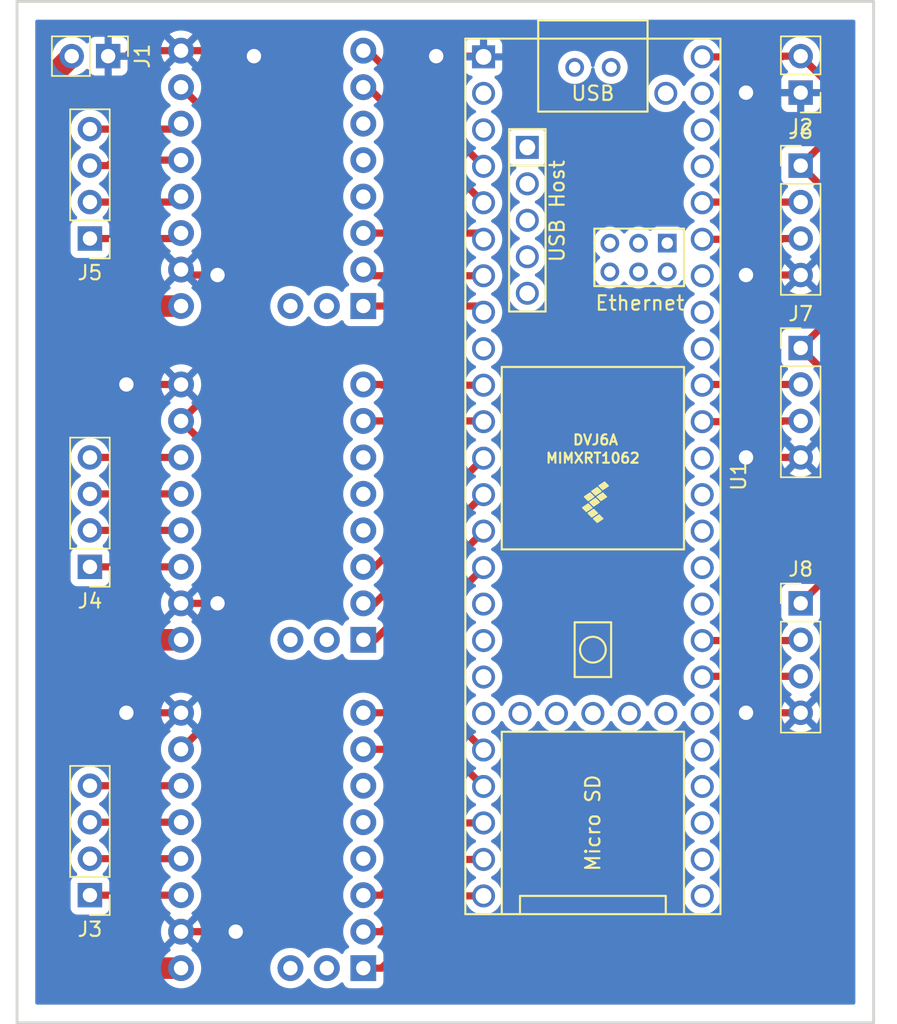
<source format=kicad_pcb>
(kicad_pcb (version 20241229) (generator "pcbnew") (generator_version "9.0")
  (layers (0 "F.Cu" signal) (2 "B.Cu" signal) (13 "F.Paste" user) (15 "B.Paste" user) (5 "F.SilkS" user "F.Silkscreen") (7 "B.SilkS" user "B.Silkscreen") (1 "F.Mask" user) (3 "B.Mask" user) (25 "Edge.Cuts" user))
  (net 0 "")
  (net 1 "VS")
  (net 2 "GND")
  (net 3 "VSS")
  (net 4 "Net-(J3-Pin_2)")
  (net 5 "Net-(J3-Pin_3)")
  (net 6 "Net-(J3-Pin_1)")
  (net 7 "Net-(J3-Pin_4)")
  (net 8 "Net-(J4-Pin_2)")
  (net 9 "Net-(J4-Pin_4)")
  (net 10 "Net-(J4-Pin_1)")
  (net 11 "Net-(J4-Pin_3)")
  (net 12 "Net-(J5-Pin_3)")
  (net 13 "Net-(J5-Pin_4)")
  (net 14 "Net-(J5-Pin_1)")
  (net 15 "Net-(J5-Pin_2)")
  (net 16 "Net-(J6-Pin_2)")
  (net 17 "Net-(J6-Pin_3)")
  (net 18 "Net-(J7-Pin_2)")
  (net 19 "Net-(J7-Pin_3)")
  (net 20 "Net-(J8-Pin_2)")
  (net 21 "Net-(J8-Pin_3)")
  (net 28 "DIR_1")
  (net 29 "+3.3V")
  (net 31 "EN3")
  (net 32 "MS1_2")
  (net 34 "MS1_1")
  (net 36 "MS2_2")
  (net 40 "STEP_2")
  (net 43 "MS2_3")
  (net 48 "MS1_3")
  (net 53 "EN1")
  (net 56 "STEP_3")
  (net 57 "DIR_2")
  (net 65 "MS2_1")
  (net 68 "STEP_1")
  (net 69 "EN2")
  (net 76 "DIR_3")
  (footprint "Teensy41:Teensy41" (layer "F.Cu") (at 71.8792 58.4708 -90)
    (property "Reference" "U1" (at 0 -10.16 90) (layer "F.SilkS"))
    (property "Value" "Teensy4.1")
    (fp_line (start -30.48 8.89) (end -30.48 -8.89) (stroke (width 0.15)) (layer "F.SilkS"))
    (fp_line (start 30.48 8.89) (end -30.48 8.89) (stroke (width 0.15)) (layer "F.SilkS"))
    (fp_line (start -7.62 6.35) (end 5.08 6.35) (stroke (width 0.15)) (layer "F.SilkS"))
    (fp_line (start 5.08 6.35) (end 5.08 -6.35) (stroke (width 0.15)) (layer "F.SilkS"))
    (fp_line (start 17.78 6.35) (end 30.48 6.35) (stroke (width 0.15)) (layer "F.SilkS"))
    (fp_line (start -24.1808 5.8392) (end -24.1808 3.2992) (stroke (width 0.15)) (layer "F.SilkS"))
    (fp_line (start -11.4808 5.8392) (end -24.1808 5.8392) (stroke (width 0.15)) (layer "F.SilkS"))
    (fp_line (start 29.21 5.08) (end 30.48 5.08) (stroke (width 0.15)) (layer "F.SilkS"))
    (fp_line (start -31.75 3.81) (end -31.75 -3.81) (stroke (width 0.15)) (layer "F.SilkS"))
    (fp_line (start -30.48 3.81) (end -31.75 3.81) (stroke (width 0.15)) (layer "F.SilkS"))
    (fp_line (start -25.4 3.81) (end -30.48 3.81) (stroke (width 0.15)) (layer "F.SilkS"))
    (fp_line (start -25.4 3.81) (end -25.4 -3.81) (stroke (width 0.15)) (layer "F.SilkS"))
    (fp_line (start -24.1808 3.2992) (end -21.6408 3.2992) (stroke (width 0.15)) (layer "F.SilkS"))
    (fp_line (start -24.1808 3.2992) (end -11.4808 3.2992) (stroke (width 0.15)) (layer "F.SilkS"))
    (fp_line (start -21.6408 3.2992) (end -21.6408 5.8392) (stroke (width 0.15)) (layer "F.SilkS"))
    (fp_line (start -11.4808 3.2992) (end -11.4808 5.8392) (stroke (width 0.15)) (layer "F.SilkS"))
    (fp_line (start 10.16 1.27) (end 10.16 -1.27) (stroke (width 0.15)) (layer "F.SilkS"))
    (fp_line (start 13.97 1.27) (end 10.16 1.27) (stroke (width 0.15)) (layer "F.SilkS"))
    (fp_line (start -17.25 -0.1016) (end -13.25 -0.1016) (stroke (width 0.15)) (layer "F.SilkS"))
    (fp_line (start -13.25 -0.1016) (end -13.25 -6.3516) (stroke (width 0.15)) (layer "F.SilkS"))
    (fp_line (start 10.16 -1.27) (end 13.97 -1.27) (stroke (width 0.15)) (layer "F.SilkS"))
    (fp_line (start 13.97 -1.27) (end 13.97 1.27) (stroke (width 0.15)) (layer "F.SilkS"))
    (fp_line (start -31.75 -3.81) (end -30.48 -3.81) (stroke (width 0.15)) (layer "F.SilkS"))
    (fp_line (start -25.4 -3.81) (end -30.48 -3.81) (stroke (width 0.15)) (layer "F.SilkS"))
    (fp_line (start 29.21 -5.08) (end 29.21 5.08) (stroke (width 0.15)) (layer "F.SilkS"))
    (fp_line (start 30.48 -5.08) (end 29.21 -5.08) (stroke (width 0.15)) (layer "F.SilkS"))
    (fp_line (start -17.25 -6.1016) (end -17.25 -0.1016) (stroke (width 0.15)) (layer "F.SilkS"))
    (fp_line (start -7.62 -6.35) (end -7.62 6.35) (stroke (width 0.15)) (layer "F.SilkS"))
    (fp_line (start 5.08 -6.35) (end -7.62 -6.35) (stroke (width 0.15)) (layer "F.SilkS"))
    (fp_line (start 17.78 -6.35) (end 17.78 6.35) (stroke (width 0.15)) (layer "F.SilkS"))
    (fp_line (start 30.48 -6.35) (end 17.78 -6.35) (stroke (width 0.15)) (layer "F.SilkS"))
    (fp_line (start -17.25 -6.3516) (end -17.25 -6.1016) (stroke (width 0.15)) (layer "F.SilkS"))
    (fp_line (start -13.25 -6.3516) (end -17.25 -6.3516) (stroke (width 0.15)) (layer "F.SilkS"))
    (fp_line (start -30.48 -8.89) (end 30.48 -8.89) (stroke (width 0.15)) (layer "F.SilkS"))
    (fp_line (start 30.48 -8.89) (end 30.48 8.89) (stroke (width 0.15)) (layer "F.SilkS"))
    (fp_circle (center 12.065 0) (end 12.7 -0.635) (stroke (width 0.15)) (fill no) (layer "F.SilkS"))
    (fp_poly (pts (xy 2.435 0.455) (xy 2.181 0.709) (xy 1.927 0.328) (xy 2.181 0.074)) (stroke (width 0.1)) (fill yes) (layer "F.SilkS"))
    (fp_poly (pts (xy 1.673 0.328) (xy 1.419 0.582) (xy 1.165 0.201) (xy 1.419 -0.053)) (stroke (width 0.1)) (fill yes) (layer "F.SilkS"))
    (fp_poly (pts (xy 2.816 0.074) (xy 2.562 0.328) (xy 2.308 -0.053) (xy 2.562 -0.307)) (stroke (width 0.1)) (fill yes) (layer "F.SilkS"))
    (fp_poly (pts (xy 2.054 -0.053) (xy 1.8 0.201) (xy 1.546 -0.18) (xy 1.8 -0.434)) (stroke (width 0.1)) (fill yes) (layer "F.SilkS"))
    (fp_poly (pts (xy 1.292 -0.18) (xy 1.038 0.074) (xy 0.784 -0.307) (xy 1.038 -0.561)) (stroke (width 0.1)) (fill yes) (layer "F.SilkS"))
    (fp_poly (pts (xy 3.197 -0.307) (xy 2.943 -0.053) (xy 2.689 -0.434) (xy 2.943 -0.688)) (stroke (width 0.1)) (fill yes) (layer "F.SilkS"))
    (fp_poly (pts (xy 1.673 -0.561) (xy 1.419 -0.307) (xy 1.165 -0.688) (xy 1.419 -0.942)) (stroke (width 0.1)) (fill yes) (layer "F.SilkS"))
    (fp_poly (pts (xy 0.911 -0.688) (xy 0.657 -0.434) (xy 0.403 -0.815) (xy 0.657 -1.069)) (stroke (width 0.1)) (fill yes) (layer "F.SilkS"))
    (fp_text user "DVJ6A" (at -2.54 -0.18 0) (layer "F.SilkS") (effects (font (size 0.7 0.7))))
    (fp_text user "MIMXRT1062" (at -1.27 0 0) (layer "F.SilkS") (effects (font (size 0.7 0.7))))
    (fp_text user "USB" (at -26.67 0 0) (layer "F.SilkS"))
    (fp_text user "Micro SD" (at 24.13 0 90) (layer "F.SilkS"))
    (fp_text user "Ethernet" (at -12.065 -3.2766 0) (layer "F.SilkS"))
    (fp_text user "USB Host" (at -18.4658 2.4892 90) (layer "F.SilkS"))
    (pad "1" thru_hole rect (at -29.21 7.62 270) (size 1.6 1.6) (drill 1.1) (layers "*.Cu" "*.Mask") (net 2 "GND"))
    (pad "2" thru_hole circle (at -26.67 7.62 270) (size 1.6 1.6) (drill 1.1) (layers "*.Cu" "*.Mask"))
    (pad "3" thru_hole circle (at -24.13 7.62 270) (size 1.6 1.6) (drill 1.1) (layers "*.Cu" "*.Mask"))
    (pad "4" thru_hole circle (at -21.59 7.62 270) (size 1.6 1.6) (drill 1.1) (layers "*.Cu" "*.Mask") (net 76 "DIR_3"))
    (pad "5" thru_hole circle (at -19.05 7.62 270) (size 1.6 1.6) (drill 1.1) (layers "*.Cu" "*.Mask") (net 56 "STEP_3"))
    (pad "6" thru_hole circle (at -16.51 7.62 270) (size 1.6 1.6) (drill 1.1) (layers "*.Cu" "*.Mask") (net 43 "MS2_3"))
    (pad "7" thru_hole circle (at -13.97 7.62 270) (size 1.6 1.6) (drill 1.1) (layers "*.Cu" "*.Mask") (net 48 "MS1_3"))
    (pad "8" thru_hole circle (at -11.43 7.62 270) (size 1.6 1.6) (drill 1.1) (layers "*.Cu" "*.Mask") (net 31 "EN3"))
    (pad "9" thru_hole circle (at -8.89 7.62 270) (size 1.6 1.6) (drill 1.1) (layers "*.Cu" "*.Mask"))
    (pad "10" thru_hole circle (at -6.35 7.62 270) (size 1.6 1.6) (drill 1.1) (layers "*.Cu" "*.Mask") (net 57 "DIR_2"))
    (pad "11" thru_hole circle (at -3.81 7.62 270) (size 1.6 1.6) (drill 1.1) (layers "*.Cu" "*.Mask") (net 40 "STEP_2"))
    (pad "12" thru_hole circle (at -1.27 7.62 270) (size 1.6 1.6) (drill 1.1) (layers "*.Cu" "*.Mask") (net 36 "MS2_2"))
    (pad "13" thru_hole circle (at 1.27 7.62 270) (size 1.6 1.6) (drill 1.1) (layers "*.Cu" "*.Mask") (net 32 "MS1_2"))
    (pad "14" thru_hole circle (at 3.81 7.62 270) (size 1.6 1.6) (drill 1.1) (layers "*.Cu" "*.Mask") (net 69 "EN2"))
    (pad "15" thru_hole circle (at 6.35 7.62 270) (size 1.6 1.6) (drill 1.1) (layers "*.Cu" "*.Mask") (net 29 "+3.3V"))
    (pad "16" thru_hole circle (at 8.89 7.62 270) (size 1.6 1.6) (drill 1.1) (layers "*.Cu" "*.Mask"))
    (pad "17" thru_hole circle (at 11.43 7.62 270) (size 1.6 1.6) (drill 1.1) (layers "*.Cu" "*.Mask"))
    (pad "18" thru_hole circle (at 13.97 7.62 270) (size 1.6 1.6) (drill 1.1) (layers "*.Cu" "*.Mask"))
    (pad "19" thru_hole circle (at 16.51 7.62 270) (size 1.6 1.6) (drill 1.1) (layers "*.Cu" "*.Mask"))
    (pad "20" thru_hole circle (at 19.05 7.62 270) (size 1.6 1.6) (drill 1.1) (layers "*.Cu" "*.Mask") (net 28 "DIR_1"))
    (pad "21" thru_hole circle (at 21.59 7.62 270) (size 1.6 1.6) (drill 1.1) (layers "*.Cu" "*.Mask") (net 68 "STEP_1"))
    (pad "22" thru_hole circle (at 24.13 7.62 270) (size 1.6 1.6) (drill 1.1) (layers "*.Cu" "*.Mask") (net 65 "MS2_1"))
    (pad "23" thru_hole circle (at 26.67 7.62 270) (size 1.6 1.6) (drill 1.1) (layers "*.Cu" "*.Mask") (net 34 "MS1_1"))
    (pad "24" thru_hole circle (at 29.21 7.62 270) (size 1.6 1.6) (drill 1.1) (layers "*.Cu" "*.Mask") (net 53 "EN1"))
    (pad "25" thru_hole circle (at 29.21 -7.62 270) (size 1.6 1.6) (drill 1.1) (layers "*.Cu" "*.Mask"))
    (pad "26" thru_hole circle (at 26.67 -7.62 270) (size 1.6 1.6) (drill 1.1) (layers "*.Cu" "*.Mask"))
    (pad "27" thru_hole circle (at 24.13 -7.62 270) (size 1.6 1.6) (drill 1.1) (layers "*.Cu" "*.Mask"))
    (pad "28" thru_hole circle (at 21.59 -7.62 270) (size 1.6 1.6) (drill 1.1) (layers "*.Cu" "*.Mask"))
    (pad "29" thru_hole circle (at 19.05 -7.62 270) (size 1.6 1.6) (drill 1.1) (layers "*.Cu" "*.Mask"))
    (pad "30" thru_hole circle (at 16.51 -7.62 270) (size 1.6 1.6) (drill 1.1) (layers "*.Cu" "*.Mask"))
    (pad "31" thru_hole circle (at 13.97 -7.62 270) (size 1.6 1.6) (drill 1.1) (layers "*.Cu" "*.Mask") (net 21 "Net-(J8-Pin_3)"))
    (pad "32" thru_hole circle (at 11.43 -7.62 270) (size 1.6 1.6) (drill 1.1) (layers "*.Cu" "*.Mask") (net 20 "Net-(J8-Pin_2)"))
    (pad "33" thru_hole circle (at 8.89 -7.62 270) (size 1.6 1.6) (drill 1.1) (layers "*.Cu" "*.Mask"))
    (pad "34" thru_hole circle (at 6.35 -7.62 270) (size 1.6 1.6) (drill 1.1) (layers "*.Cu" "*.Mask"))
    (pad "35" thru_hole circle (at 3.81 -7.62 270) (size 1.6 1.6) (drill 1.1) (layers "*.Cu" "*.Mask"))
    (pad "36" thru_hole circle (at 1.27 -7.62 270) (size 1.6 1.6) (drill 1.1) (layers "*.Cu" "*.Mask"))
    (pad "37" thru_hole circle (at -1.27 -7.62 270) (size 1.6 1.6) (drill 1.1) (layers "*.Cu" "*.Mask"))
    (pad "38" thru_hole circle (at -3.81 -7.62 270) (size 1.6 1.6) (drill 1.1) (layers "*.Cu" "*.Mask") (net 19 "Net-(J7-Pin_3)"))
    (pad "39" thru_hole circle (at -6.35 -7.62 270) (size 1.6 1.6) (drill 1.1) (layers "*.Cu" "*.Mask") (net 18 "Net-(J7-Pin_2)"))
    (pad "40" thru_hole circle (at -8.89 -7.62 270) (size 1.6 1.6) (drill 1.1) (layers "*.Cu" "*.Mask"))
    (pad "41" thru_hole circle (at -11.43 -7.62 270) (size 1.6 1.6) (drill 1.1) (layers "*.Cu" "*.Mask"))
    (pad "42" thru_hole circle (at -13.97 -7.62 270) (size 1.6 1.6) (drill 1.1) (layers "*.Cu" "*.Mask"))
    (pad "43" thru_hole circle (at -16.51 -7.62 270) (size 1.6 1.6) (drill 1.1) (layers "*.Cu" "*.Mask") (net 17 "Net-(J6-Pin_3)"))
    (pad "44" thru_hole circle (at -19.05 -7.62 270) (size 1.6 1.6) (drill 1.1) (layers "*.Cu" "*.Mask") (net 16 "Net-(J6-Pin_2)"))
    (pad "45" thru_hole circle (at -21.59 -7.62 270) (size 1.6 1.6) (drill 1.1) (layers "*.Cu" "*.Mask"))
    (pad "46" thru_hole circle (at -24.13 -7.62 270) (size 1.6 1.6) (drill 1.1) (layers "*.Cu" "*.Mask"))
    (pad "47" thru_hole circle (at -26.67 -7.62 270) (size 1.6 1.6) (drill 1.1) (layers "*.Cu" "*.Mask"))
    (pad "48" thru_hole circle (at -29.21 -7.62 270) (size 1.6 1.6) (drill 1.1) (layers "*.Cu" "*.Mask") (net 3 "VSS"))
    (pad "49" thru_hole circle (at -26.67 -5.08 270) (size 1.6 1.6) (drill 1.1) (layers "*.Cu" "*.Mask"))
    (pad "50" thru_hole circle (at 16.51 5.08 270) (size 1.6 1.6) (drill 1.1) (layers "*.Cu" "*.Mask"))
    (pad "51" thru_hole circle (at 16.51 2.54 270) (size 1.6 1.6) (drill 1.1) (layers "*.Cu" "*.Mask"))
    (pad "52" thru_hole circle (at 16.51 0 270) (size 1.6 1.6) (drill 1.1) (layers "*.Cu" "*.Mask"))
    (pad "53" thru_hole circle (at 16.51 -2.54 270) (size 1.6 1.6) (drill 1.1) (layers "*.Cu" "*.Mask"))
    (pad "54" thru_hole circle (at 16.51 -5.08 270) (size 1.6 1.6) (drill 1.1) (layers "*.Cu" "*.Mask"))
    (pad "55" thru_hole rect (at -22.9108 4.5692 270) (size 1.6 1.6) (drill 1.1) (layers "*.Cu" "*.Mask"))
    (pad "56" thru_hole circle (at -20.3708 4.5692 270) (size 1.6 1.6) (drill 1.1) (layers "*.Cu" "*.Mask"))
    (pad "57" thru_hole circle (at -17.8308 4.5692 270) (size 1.6 1.6) (drill 1.1) (layers "*.Cu" "*.Mask"))
    (pad "58" thru_hole circle (at -15.2908 4.5692 270) (size 1.6 1.6) (drill 1.1) (layers "*.Cu" "*.Mask"))
    (pad "59" thru_hole circle (at -12.7508 4.5692 270) (size 1.6 1.6) (drill 1.1) (layers "*.Cu" "*.Mask"))
    (pad "60" thru_hole rect (at -16.24 -5.1816 270) (size 1.3 1.3) (drill 0.8) (layers "*.Cu" "*.Mask"))
    (pad "61" thru_hole circle (at -16.24 -3.1816 270) (size 1.3 1.3) (drill 0.8) (layers "*.Cu" "*.Mask"))
    (pad "62" thru_hole circle (at -16.24 -1.1816 270) (size 1.3 1.3) (drill 0.8) (layers "*.Cu" "*.Mask"))
    (pad "63" thru_hole circle (at -14.24 -1.1816 270) (size 1.3 1.3) (drill 0.8) (layers "*.Cu" "*.Mask"))
    (pad "64" thru_hole circle (at -14.24 -3.1816 270) (size 1.3 1.3) (drill 0.8) (layers "*.Cu" "*.Mask"))
    (pad "65" thru_hole circle (at -14.24 -5.1816 270) (size 1.3 1.3) (drill 0.8) (layers "*.Cu" "*.Mask"))
    (pad "66" thru_hole circle (at -28.48 -1.27 270) (size 1.3 1.3) (drill 0.8) (layers "*.Cu" "*.Mask"))
    (pad "67" thru_hole circle (at -28.48 1.27 270) (size 1.3 1.3) (drill 0.8) (layers "*.Cu" "*.Mask"))
  )
  (footprint "Connector_PinHeader_2.54mm:PinHeader_1x04_P2.54mm_Vertical" (layer "F.Cu") (at 36.83 87.63 180)
    (property "Reference" "J3" (at 0 -2.38 0) (layer "F.SilkS"))
    (property "Value" "Stepper Motor_X")
    (fp_line (start 1.38 1.27) (end 1.38 9) (stroke (width 0.12)) (layer "F.SilkS"))
    (fp_line (start -1.38 9) (end 1.38 9) (stroke (width 0.12)) (layer "F.SilkS"))
    (fp_line (start -1.38 1.27) (end 1.38 1.27) (stroke (width 0.12)) (layer "F.SilkS"))
    (fp_line (start -1.38 1.27) (end -1.38 9) (stroke (width 0.12)) (layer "F.SilkS"))
    (fp_line (start -1.38 0) (end -1.38 -1.38) (stroke (width 0.12)) (layer "F.SilkS"))
    (fp_line (start -1.38 -1.38) (end 0 -1.38) (stroke (width 0.12)) (layer "F.SilkS"))
    (pad "1" thru_hole rect (at 0 0 180) (size 1.7 1.7) (drill 1) (layers "*.Cu" "*.Mask") (net 6 "Net-(J3-Pin_1)"))
    (pad "2" thru_hole circle (at 0 2.54 180) (size 1.7 1.7) (drill 1) (layers "*.Cu" "*.Mask") (net 4 "Net-(J3-Pin_2)"))
    (pad "3" thru_hole circle (at 0 5.08 180) (size 1.7 1.7) (drill 1) (layers "*.Cu" "*.Mask") (net 5 "Net-(J3-Pin_3)"))
    (pad "4" thru_hole circle (at 0 7.62 180) (size 1.7 1.7) (drill 1) (layers "*.Cu" "*.Mask") (net 7 "Net-(J3-Pin_4)"))
  )
  (footprint "Connector_PinHeader_2.54mm:PinHeader_1x04_P2.54mm_Vertical" (layer "F.Cu") (at 86.36 67.31)
    (property "Reference" "J8" (at 0 -2.38 0) (layer "F.SilkS"))
    (property "Value" "Rotary Encoder_Z")
    (fp_line (start -1.38 -1.38) (end 0 -1.38) (stroke (width 0.12)) (layer "F.SilkS"))
    (fp_line (start -1.38 0) (end -1.38 -1.38) (stroke (width 0.12)) (layer "F.SilkS"))
    (fp_line (start -1.38 1.27) (end -1.38 9) (stroke (width 0.12)) (layer "F.SilkS"))
    (fp_line (start -1.38 1.27) (end 1.38 1.27) (stroke (width 0.12)) (layer "F.SilkS"))
    (fp_line (start -1.38 9) (end 1.38 9) (stroke (width 0.12)) (layer "F.SilkS"))
    (fp_line (start 1.38 1.27) (end 1.38 9) (stroke (width 0.12)) (layer "F.SilkS"))
    (pad "1" thru_hole rect (at 0 0) (size 1.7 1.7) (drill 1) (layers "*.Cu" "*.Mask") (net 3 "VSS"))
    (pad "2" thru_hole circle (at 0 2.54) (size 1.7 1.7) (drill 1) (layers "*.Cu" "*.Mask") (net 20 "Net-(J8-Pin_2)"))
    (pad "3" thru_hole circle (at 0 5.08) (size 1.7 1.7) (drill 1) (layers "*.Cu" "*.Mask") (net 21 "Net-(J8-Pin_3)"))
    (pad "4" thru_hole circle (at 0 7.62) (size 1.7 1.7) (drill 1) (layers "*.Cu" "*.Mask") (net 2 "GND"))
  )
  (footprint "Connector_PinHeader_2.54mm:PinHeader_1x04_P2.54mm_Vertical" (layer "F.Cu") (at 36.83 41.91 180)
    (property "Reference" "J5" (at 0 -2.38 0) (layer "F.SilkS"))
    (property "Value" "Stepper Motor_Z")
    (fp_line (start 1.38 1.27) (end 1.38 9) (stroke (width 0.12)) (layer "F.SilkS"))
    (fp_line (start -1.38 9) (end 1.38 9) (stroke (width 0.12)) (layer "F.SilkS"))
    (fp_line (start -1.38 1.27) (end 1.38 1.27) (stroke (width 0.12)) (layer "F.SilkS"))
    (fp_line (start -1.38 1.27) (end -1.38 9) (stroke (width 0.12)) (layer "F.SilkS"))
    (fp_line (start -1.38 0) (end -1.38 -1.38) (stroke (width 0.12)) (layer "F.SilkS"))
    (fp_line (start -1.38 -1.38) (end 0 -1.38) (stroke (width 0.12)) (layer "F.SilkS"))
    (pad "1" thru_hole rect (at 0 0 180) (size 1.7 1.7) (drill 1) (layers "*.Cu" "*.Mask") (net 14 "Net-(J5-Pin_1)"))
    (pad "2" thru_hole circle (at 0 2.54 180) (size 1.7 1.7) (drill 1) (layers "*.Cu" "*.Mask") (net 15 "Net-(J5-Pin_2)"))
    (pad "3" thru_hole circle (at 0 5.08 180) (size 1.7 1.7) (drill 1) (layers "*.Cu" "*.Mask") (net 12 "Net-(J5-Pin_3)"))
    (pad "4" thru_hole circle (at 0 7.62 180) (size 1.7 1.7) (drill 1) (layers "*.Cu" "*.Mask") (net 13 "Net-(J5-Pin_4)"))
  )
  (footprint "TMC2209:TMC2209" (layer "F.Cu") (at 55.88 46.609 180)
    (property "Reference" "U4" (hide yes))
    (property "Value" "TMC2209_Z" (hide yes))
    (pad "A1" thru_hole circle (at 12.7 7.62 180) (size 1.8 1.8) (drill 1) (layers "*.Cu" "*.Mask") (net 15 "Net-(J5-Pin_2)"))
    (pad "A2" thru_hole circle (at 12.7 5.08 180) (size 1.8 1.8) (drill 1) (layers "*.Cu" "*.Mask") (net 14 "Net-(J5-Pin_1)"))
    (pad "B1" thru_hole circle (at 12.7 10.16 180) (size 1.8 1.8) (drill 1) (layers "*.Cu" "*.Mask") (net 12 "Net-(J5-Pin_3)"))
    (pad "B2" thru_hole circle (at 12.7 12.7 180) (size 1.8 1.8) (drill 1) (layers "*.Cu" "*.Mask") (net 13 "Net-(J5-Pin_4)"))
    (pad "CLK" thru_hole circle (at 0 12.7 180) (size 1.8 1.8) (drill 1) (layers "*.Cu" "*.Mask"))
    (pad "DIAG" thru_hole circle (at 5.08 0 180) (size 1.8 1.8) (drill 1) (layers "*.Cu" "*.Mask"))
    (pad "DIR" thru_hole circle (at 0 17.78 180) (size 1.8 1.8) (drill 1) (layers "*.Cu" "*.Mask") (net 76 "DIR_3"))
    (pad "EN" thru_hole rect (at 0 0 180) (size 1.8 1.8) (drill 1) (layers "*.Cu" "*.Mask") (net 31 "EN3"))
    (pad "GND" thru_hole circle (at 12.7 2.54 270) (size 1.8 1.8) (drill 1) (layers "*.Cu" "*.Mask") (net 2 "GND"))
    (pad "GND" thru_hole circle (at 12.7 17.78 180) (size 1.8 1.8) (drill 1) (layers "*.Cu" "*.Mask") (net 2 "GND"))
    (pad "INDEX" thru_hole circle (at 2.54 0 180) (size 1.8 1.8) (drill 1) (layers "*.Cu" "*.Mask"))
    (pad "MS1" thru_hole circle (at 0 2.54 270) (size 1.8 1.8) (drill 1) (layers "*.Cu" "*.Mask") (net 48 "MS1_3"))
    (pad "MS2" thru_hole circle (at 0 5.08 180) (size 1.8 1.8) (drill 1) (layers "*.Cu" "*.Mask") (net 43 "MS2_3"))
    (pad "Rx" thru_hole circle (at 0 7.62 180) (size 1.8 1.8) (drill 1) (layers "*.Cu" "*.Mask"))
    (pad "STEP" thru_hole circle (at 0 15.24 180) (size 1.8 1.8) (drill 1) (layers "*.Cu" "*.Mask") (net 56 "STEP_3"))
    (pad "Tx" thru_hole circle (at 0 10.16 180) (size 1.8 1.8) (drill 1) (layers "*.Cu" "*.Mask"))
    (pad "VIO" thru_hole circle (at 12.7 15.24 180) (size 1.8 1.8) (drill 1) (layers "*.Cu" "*.Mask") (net 29 "+3.3V"))
    (pad "Vs" thru_hole circle (at 12.7 0 180) (size 1.8 1.8) (drill 1) (layers "*.Cu" "*.Mask") (net 1 "VS"))
  )
  (footprint "TMC2209:TMC2209" (layer "F.Cu") (at 55.88 92.71 180)
    (property "Reference" "U2" (hide yes))
    (property "Value" "TMC2209_X" (hide yes))
    (pad "A1" thru_hole circle (at 12.7 7.62 180) (size 1.8 1.8) (drill 1) (layers "*.Cu" "*.Mask") (net 4 "Net-(J3-Pin_2)"))
    (pad "A2" thru_hole circle (at 12.7 5.08 180) (size 1.8 1.8) (drill 1) (layers "*.Cu" "*.Mask") (net 6 "Net-(J3-Pin_1)"))
    (pad "B1" thru_hole circle (at 12.7 10.16 180) (size 1.8 1.8) (drill 1) (layers "*.Cu" "*.Mask") (net 5 "Net-(J3-Pin_3)"))
    (pad "B2" thru_hole circle (at 12.7 12.7 180) (size 1.8 1.8) (drill 1) (layers "*.Cu" "*.Mask") (net 7 "Net-(J3-Pin_4)"))
    (pad "CLK" thru_hole circle (at 0 12.7 180) (size 1.8 1.8) (drill 1) (layers "*.Cu" "*.Mask"))
    (pad "DIAG" thru_hole circle (at 5.08 0 180) (size 1.8 1.8) (drill 1) (layers "*.Cu" "*.Mask"))
    (pad "DIR" thru_hole circle (at 0 17.78 180) (size 1.8 1.8) (drill 1) (layers "*.Cu" "*.Mask") (net 28 "DIR_1"))
    (pad "EN" thru_hole rect (at 0 0 180) (size 1.8 1.8) (drill 1) (layers "*.Cu" "*.Mask") (net 53 "EN1"))
    (pad "GND" thru_hole circle (at 12.7 2.54 270) (size 1.8 1.8) (drill 1) (layers "*.Cu" "*.Mask") (net 2 "GND"))
    (pad "GND" thru_hole circle (at 12.7 17.78 180) (size 1.8 1.8) (drill 1) (layers "*.Cu" "*.Mask") (net 2 "GND"))
    (pad "INDEX" thru_hole circle (at 2.54 0 180) (size 1.8 1.8) (drill 1) (layers "*.Cu" "*.Mask"))
    (pad "MS1" thru_hole circle (at 0 2.54 270) (size 1.8 1.8) (drill 1) (layers "*.Cu" "*.Mask") (net 34 "MS1_1"))
    (pad "MS2" thru_hole circle (at 0 5.08 180) (size 1.8 1.8) (drill 1) (layers "*.Cu" "*.Mask") (net 65 "MS2_1"))
    (pad "Rx" thru_hole circle (at 0 7.62 180) (size 1.8 1.8) (drill 1) (layers "*.Cu" "*.Mask"))
    (pad "STEP" thru_hole circle (at 0 15.24 180) (size 1.8 1.8) (drill 1) (layers "*.Cu" "*.Mask") (net 68 "STEP_1"))
    (pad "Tx" thru_hole circle (at 0 10.16 180) (size 1.8 1.8) (drill 1) (layers "*.Cu" "*.Mask"))
    (pad "VIO" thru_hole circle (at 12.7 15.24 180) (size 1.8 1.8) (drill 1) (layers "*.Cu" "*.Mask") (net 29 "+3.3V"))
    (pad "Vs" thru_hole circle (at 12.7 0 180) (size 1.8 1.8) (drill 1) (layers "*.Cu" "*.Mask") (net 1 "VS"))
  )
  (footprint "Connector_PinHeader_2.54mm:PinHeader_1x02_P2.54mm_Vertical" (layer "F.Cu") (at 86.36 31.75 180)
    (property "Reference" "J2" (at 0 -2.38 0) (layer "F.SilkS"))
    (property "Value" "+5V")
    (fp_line (start 1.38 1.27) (end 1.38 3.92) (stroke (width 0.12)) (layer "F.SilkS"))
    (fp_line (start -1.38 3.92) (end 1.38 3.92) (stroke (width 0.12)) (layer "F.SilkS"))
    (fp_line (start -1.38 1.27) (end 1.38 1.27) (stroke (width 0.12)) (layer "F.SilkS"))
    (fp_line (start -1.38 1.27) (end -1.38 3.92) (stroke (width 0.12)) (layer "F.SilkS"))
    (fp_line (start -1.38 0) (end -1.38 -1.38) (stroke (width 0.12)) (layer "F.SilkS"))
    (fp_line (start -1.38 -1.38) (end 0 -1.38) (stroke (width 0.12)) (layer "F.SilkS"))
    (pad "1" thru_hole rect (at 0 0 180) (size 1.7 1.7) (drill 1) (layers "*.Cu" "*.Mask") (net 2 "GND"))
    (pad "2" thru_hole circle (at 0 2.54 180) (size 1.7 1.7) (drill 1) (layers "*.Cu" "*.Mask") (net 3 "VSS"))
  )
  (footprint "Connector_PinHeader_2.54mm:PinHeader_1x04_P2.54mm_Vertical" (layer "F.Cu") (at 86.36 36.83)
    (property "Reference" "J6" (at 0 -2.38 0) (layer "F.SilkS"))
    (property "Value" "Rotary Encoder_X")
    (fp_line (start -1.38 -1.38) (end 0 -1.38) (stroke (width 0.12)) (layer "F.SilkS"))
    (fp_line (start -1.38 0) (end -1.38 -1.38) (stroke (width 0.12)) (layer "F.SilkS"))
    (fp_line (start -1.38 1.27) (end -1.38 9) (stroke (width 0.12)) (layer "F.SilkS"))
    (fp_line (start -1.38 1.27) (end 1.38 1.27) (stroke (width 0.12)) (layer "F.SilkS"))
    (fp_line (start -1.38 9) (end 1.38 9) (stroke (width 0.12)) (layer "F.SilkS"))
    (fp_line (start 1.38 1.27) (end 1.38 9) (stroke (width 0.12)) (layer "F.SilkS"))
    (pad "1" thru_hole rect (at 0 0) (size 1.7 1.7) (drill 1) (layers "*.Cu" "*.Mask") (net 3 "VSS"))
    (pad "2" thru_hole circle (at 0 2.54) (size 1.7 1.7) (drill 1) (layers "*.Cu" "*.Mask") (net 16 "Net-(J6-Pin_2)"))
    (pad "3" thru_hole circle (at 0 5.08) (size 1.7 1.7) (drill 1) (layers "*.Cu" "*.Mask") (net 17 "Net-(J6-Pin_3)"))
    (pad "4" thru_hole circle (at 0 7.62) (size 1.7 1.7) (drill 1) (layers "*.Cu" "*.Mask") (net 2 "GND"))
  )
  (footprint "Connector_PinHeader_2.54mm:PinHeader_1x02_P2.54mm_Vertical" (layer "F.Cu") (at 38.1 29.21 -90)
    (property "Reference" "J1" (at 0 -2.38 90) (layer "F.SilkS"))
    (property "Value" "+24V")
    (fp_line (start -1.38 3.92) (end 1.38 3.92) (stroke (width 0.12)) (layer "F.SilkS"))
    (fp_line (start -1.38 1.27) (end -1.38 3.92) (stroke (width 0.12)) (layer "F.SilkS"))
    (fp_line (start -1.38 1.27) (end 1.38 1.27) (stroke (width 0.12)) (layer "F.SilkS"))
    (fp_line (start 1.38 1.27) (end 1.38 3.92) (stroke (width 0.12)) (layer "F.SilkS"))
    (fp_line (start -1.38 0) (end -1.38 -1.38) (stroke (width 0.12)) (layer "F.SilkS"))
    (fp_line (start -1.38 -1.38) (end 0 -1.38) (stroke (width 0.12)) (layer "F.SilkS"))
    (pad "1" thru_hole rect (at 0 0 270) (size 1.7 1.7) (drill 1) (layers "*.Cu" "*.Mask") (net 2 "GND"))
    (pad "2" thru_hole circle (at 0 2.54 270) (size 1.7 1.7) (drill 1) (layers "*.Cu" "*.Mask") (net 1 "VS"))
  )
  (footprint "TMC2209:TMC2209" (layer "F.Cu") (at 55.88 69.85 180)
    (property "Reference" "U3" (hide yes))
    (property "Value" "TMC2209_Y" (hide yes))
    (pad "A1" thru_hole circle (at 12.7 7.62 180) (size 1.8 1.8) (drill 1) (layers "*.Cu" "*.Mask") (net 8 "Net-(J4-Pin_2)"))
    (pad "A2" thru_hole circle (at 12.7 5.08 180) (size 1.8 1.8) (drill 1) (layers "*.Cu" "*.Mask") (net 10 "Net-(J4-Pin_1)"))
    (pad "B1" thru_hole circle (at 12.7 10.16 180) (size 1.8 1.8) (drill 1) (layers "*.Cu" "*.Mask") (net 11 "Net-(J4-Pin_3)"))
    (pad "B2" thru_hole circle (at 12.7 12.7 180) (size 1.8 1.8) (drill 1) (layers "*.Cu" "*.Mask") (net 9 "Net-(J4-Pin_4)"))
    (pad "CLK" thru_hole circle (at 0 12.7 180) (size 1.8 1.8) (drill 1) (layers "*.Cu" "*.Mask"))
    (pad "DIAG" thru_hole circle (at 5.08 0 180) (size 1.8 1.8) (drill 1) (layers "*.Cu" "*.Mask"))
    (pad "DIR" thru_hole circle (at 0 17.78 180) (size 1.8 1.8) (drill 1) (layers "*.Cu" "*.Mask") (net 57 "DIR_2"))
    (pad "EN" thru_hole rect (at 0 0 180) (size 1.8 1.8) (drill 1) (layers "*.Cu" "*.Mask") (net 69 "EN2"))
    (pad "GND" thru_hole circle (at 12.7 2.54 270) (size 1.8 1.8) (drill 1) (layers "*.Cu" "*.Mask") (net 2 "GND"))
    (pad "GND" thru_hole circle (at 12.7 17.78 180) (size 1.8 1.8) (drill 1) (layers "*.Cu" "*.Mask") (net 2 "GND"))
    (pad "INDEX" thru_hole circle (at 2.54 0 180) (size 1.8 1.8) (drill 1) (layers "*.Cu" "*.Mask"))
    (pad "MS1" thru_hole circle (at 0 2.54 270) (size 1.8 1.8) (drill 1) (layers "*.Cu" "*.Mask") (net 32 "MS1_2"))
    (pad "MS2" thru_hole circle (at 0 5.08 180) (size 1.8 1.8) (drill 1) (layers "*.Cu" "*.Mask") (net 36 "MS2_2"))
    (pad "Rx" thru_hole circle (at 0 7.62 180) (size 1.8 1.8) (drill 1) (layers "*.Cu" "*.Mask"))
    (pad "STEP" thru_hole circle (at 0 15.24 180) (size 1.8 1.8) (drill 1) (layers "*.Cu" "*.Mask") (net 40 "STEP_2"))
    (pad "Tx" thru_hole circle (at 0 10.16 180) (size 1.8 1.8) (drill 1) (layers "*.Cu" "*.Mask"))
    (pad "VIO" thru_hole circle (at 12.7 15.24 180) (size 1.8 1.8) (drill 1) (layers "*.Cu" "*.Mask") (net 29 "+3.3V"))
    (pad "Vs" thru_hole circle (at 12.7 0 180) (size 1.8 1.8) (drill 1) (layers "*.Cu" "*.Mask") (net 1 "VS"))
  )
  (footprint "Connector_PinHeader_2.54mm:PinHeader_1x04_P2.54mm_Vertical" (layer "F.Cu") (at 86.36 49.53)
    (property "Reference" "J7" (at 0 -2.38 0) (layer "F.SilkS"))
    (property "Value" "Rotary Encoder_Y")
    (fp_line (start -1.38 -1.38) (end 0 -1.38) (stroke (width 0.12)) (layer "F.SilkS"))
    (fp_line (start -1.38 0) (end -1.38 -1.38) (stroke (width 0.12)) (layer "F.SilkS"))
    (fp_line (start -1.38 1.27) (end -1.38 9) (stroke (width 0.12)) (layer "F.SilkS"))
    (fp_line (start -1.38 1.27) (end 1.38 1.27) (stroke (width 0.12)) (layer "F.SilkS"))
    (fp_line (start -1.38 9) (end 1.38 9) (stroke (width 0.12)) (layer "F.SilkS"))
    (fp_line (start 1.38 1.27) (end 1.38 9) (stroke (width 0.12)) (layer "F.SilkS"))
    (pad "1" thru_hole rect (at 0 0) (size 1.7 1.7) (drill 1) (layers "*.Cu" "*.Mask") (net 3 "VSS"))
    (pad "2" thru_hole circle (at 0 2.54) (size 1.7 1.7) (drill 1) (layers "*.Cu" "*.Mask") (net 18 "Net-(J7-Pin_2)"))
    (pad "3" thru_hole circle (at 0 5.08) (size 1.7 1.7) (drill 1) (layers "*.Cu" "*.Mask") (net 19 "Net-(J7-Pin_3)"))
    (pad "4" thru_hole circle (at 0 7.62) (size 1.7 1.7) (drill 1) (layers "*.Cu" "*.Mask") (net 2 "GND"))
  )
  (footprint "Connector_PinHeader_2.54mm:PinHeader_1x04_P2.54mm_Vertical" (layer "F.Cu") (at 36.83 64.77 180)
    (property "Reference" "J4" (at 0 -2.38 0) (layer "F.SilkS"))
    (property "Value" "Stepper Motor_Y")
    (fp_line (start 1.38 1.27) (end 1.38 9) (stroke (width 0.12)) (layer "F.SilkS"))
    (fp_line (start -1.38 9) (end 1.38 9) (stroke (width 0.12)) (layer "F.SilkS"))
    (fp_line (start -1.38 1.27) (end 1.38 1.27) (stroke (width 0.12)) (layer "F.SilkS"))
    (fp_line (start -1.38 1.27) (end -1.38 9) (stroke (width 0.12)) (layer "F.SilkS"))
    (fp_line (start -1.38 0) (end -1.38 -1.38) (stroke (width 0.12)) (layer "F.SilkS"))
    (fp_line (start -1.38 -1.38) (end 0 -1.38) (stroke (width 0.12)) (layer "F.SilkS"))
    (pad "1" thru_hole rect (at 0 0 180) (size 1.7 1.7) (drill 1) (layers "*.Cu" "*.Mask") (net 10 "Net-(J4-Pin_1)"))
    (pad "2" thru_hole circle (at 0 2.54 180) (size 1.7 1.7) (drill 1) (layers "*.Cu" "*.Mask") (net 8 "Net-(J4-Pin_2)"))
    (pad "3" thru_hole circle (at 0 5.08 180) (size 1.7 1.7) (drill 1) (layers "*.Cu" "*.Mask") (net 11 "Net-(J4-Pin_3)"))
    (pad "4" thru_hole circle (at 0 7.62 180) (size 1.7 1.7) (drill 1) (layers "*.Cu" "*.Mask") (net 9 "Net-(J4-Pin_4)"))
  )
  (gr_rect (start 31.75 25.4) (end 91.44 96.52) (stroke (width 0.2)) (fill no) (layer "Edge.Cuts"))
  (segment (start 43.18 92.71) (end 36.83 92.71) (width 1.5) (layer "F.Cu") (net 1))
  (segment (start 34.29 44.45) (end 36.449 46.609) (width 1.5) (layer "F.Cu") (net 1))
  (segment (start 34.29 66.04) (end 34.29 44.45) (width 1.5) (layer "F.Cu") (net 1))
  (segment (start 35.56 29.21) (end 34.29 30.48) (width 1.5) (layer "F.Cu") (net 1))
  (segment (start 34.29 67.31) (end 34.29 66.04) (width 1.5) (layer "F.Cu") (net 1))
  (segment (start 34.29 30.48) (end 34.29 44.45) (width 1.5) (layer "F.Cu") (net 1))
  (segment (start 34.29 90.17) (end 34.29 66.04) (width 1.5) (layer "F.Cu") (net 1))
  (segment (start 36.449 46.609) (end 43.18 46.609) (width 1.5) (layer "F.Cu") (net 1))
  (segment (start 43.18 69.85) (end 36.83 69.85) (width 1.5) (layer "F.Cu") (net 1))
  (segment (start 36.83 69.85) (end 34.29 67.31) (width 1.5) (layer "F.Cu") (net 1))
  (segment (start 36.83 92.71) (end 34.29 90.17) (width 1.5) (layer "F.Cu") (net 1))
  (segment (start 45.72 44.45) (end 43.561 44.45) (width 0.5) (layer "F.Cu") (net 2))
  (segment (start 46.99 90.17) (end 43.18 90.17) (width 0.5) (layer "F.Cu") (net 2))
  (segment (start 39.751 28.829) (end 43.18 28.829) (width 0.5) (layer "F.Cu") (net 2))
  (segment (start 82.55 74.93) (end 86.36 74.93) (width 0.5) (layer "F.Cu") (net 2))
  (segment (start 82.55 57.15) (end 86.36 57.15) (width 0.5) (layer "F.Cu") (net 2))
  (segment (start 46.609 28.829) (end 43.18 28.829) (width 0.5) (layer "F.Cu") (net 2))
  (segment (start 45.72 67.31) (end 43.18 67.31) (width 0.5) (layer "F.Cu") (net 2))
  (segment (start 82.55 44.45) (end 86.36 44.45) (width 0.5) (layer "F.Cu") (net 2))
  (segment (start 39.37 29.21) (end 39.751 28.829) (width 0.5) (layer "F.Cu") (net 2))
  (segment (start 39.37 52.07) (end 43.18 52.07) (width 0.5) (layer "F.Cu") (net 2))
  (segment (start 46.99 29.21) (end 46.609 28.829) (width 0.5) (layer "F.Cu") (net 2))
  (segment (start 38.1 29.21) (end 39.37 29.21) (width 0.5) (layer "F.Cu") (net 2))
  (segment (start 60.96 29.21) (end 64.2084 29.21) (width 0.5) (layer "F.Cu") (net 2))
  (segment (start 82.55 31.75) (end 86.36 31.75) (width 0.5) (layer "F.Cu") (net 2))
  (segment (start 43.561 44.45) (end 43.18 44.069) (width 0.5) (layer "F.Cu") (net 2))
  (segment (start 64.2084 29.21) (end 64.2592 29.2608) (width 0.5) (layer "F.Cu") (net 2))
  (segment (start 48.26 29.21) (end 46.99 29.21) (width 0.5) (layer "F.Cu") (net 2))
  (segment (start 39.37 74.93) (end 43.18 74.93) (width 0.5) (layer "F.Cu") (net 2))
  (via (at 82.55 44.45) (size 1.8) (drill 1) (layers "F.Cu" "B.Cu") (net 2))
  (via (at 48.26 29.21) (size 1.8) (drill 1) (layers "F.Cu" "B.Cu") (net 2))
  (via (at 82.55 74.93) (size 1.8) (drill 1) (layers "F.Cu" "B.Cu") (net 2))
  (via (at 82.55 31.75) (size 1.8) (drill 1) (layers "F.Cu" "B.Cu") (net 2))
  (via (at 39.37 74.93) (size 1.8) (drill 1) (layers "F.Cu" "B.Cu") (net 2))
  (via (at 39.37 52.07) (size 1.8) (drill 1) (layers "F.Cu" "B.Cu") (net 2))
  (via (at 45.72 67.31) (size 1.8) (drill 1) (layers "F.Cu" "B.Cu") (net 2))
  (via (at 60.96 29.21) (size 1.8) (drill 1) (layers "F.Cu" "B.Cu") (net 2))
  (via (at 45.72 44.45) (size 1.8) (drill 1) (layers "F.Cu" "B.Cu") (net 2))
  (via (at 46.99 90.17) (size 1.8) (drill 1) (layers "F.Cu" "B.Cu") (net 2))
  (via (at 82.55 57.15) (size 1.8) (drill 1) (layers "F.Cu" "B.Cu") (net 2))
  (segment (start 88.9 39.37) (end 88.9 46.99) (width 0.5) (layer "F.Cu") (net 3))
  (segment (start 88.9 52.07) (end 86.36 49.53) (width 0.5) (layer "F.Cu") (net 3))
  (segment (start 86.36 36.83) (end 88.9 39.37) (width 0.5) (layer "F.Cu") (net 3))
  (segment (start 88.9 64.77) (end 88.9 52.07) (width 0.5) (layer "F.Cu") (net 3))
  (segment (start 88.9 31.75) (end 88.9 34.29) (width 0.5) (layer "F.Cu") (net 3))
  (segment (start 88.9 46.99) (end 86.36 49.53) (width 0.5) (layer "F.Cu") (net 3))
  (segment (start 86.36 29.21) (end 85.09 29.21) (width 0.5) (layer "F.Cu") (net 3))
  (segment (start 85.09 29.21) (end 85.0392 29.2608) (width 0.5) (layer "F.Cu") (net 3))
  (segment (start 88.9 34.29) (end 86.36 36.83) (width 0.5) (layer "F.Cu") (net 3))
  (segment (start 85.0392 29.2608) (end 79.4992 29.2608) (width 0.5) (layer "F.Cu") (net 3))
  (segment (start 86.36 29.21) (end 88.9 31.75) (width 0.5) (layer "F.Cu") (net 3))
  (segment (start 86.36 67.31) (end 88.9 64.77) (width 0.5) (layer "F.Cu") (net 3))
  (segment (start 36.83 85.09) (end 43.18 85.09) (width 0.5) (layer "F.Cu") (net 4))
  (segment (start 36.83 82.55) (end 43.18 82.55) (width 0.5) (layer "F.Cu") (net 5))
  (segment (start 36.83 87.63) (end 43.18 87.63) (width 0.5) (layer "F.Cu") (net 6))
  (segment (start 36.83 80.01) (end 43.18 80.01) (width 0.5) (layer "F.Cu") (net 7))
  (segment (start 36.83 62.23) (end 43.18 62.23) (width 0.5) (layer "F.Cu") (net 8))
  (segment (start 36.83 57.15) (end 43.18 57.15) (width 0.5) (layer "F.Cu") (net 9))
  (segment (start 36.83 64.77) (end 43.18 64.77) (width 0.5) (layer "F.Cu") (net 10))
  (segment (start 36.83 59.69) (end 43.18 59.69) (width 0.5) (layer "F.Cu") (net 11))
  (segment (start 38.481 36.449) (end 43.18 36.449) (width 0.5) (layer "F.Cu") (net 12))
  (segment (start 36.83 36.83) (end 38.1 36.83) (width 0.5) (layer "F.Cu") (net 12))
  (segment (start 38.1 36.83) (end 38.481 36.449) (width 0.5) (layer "F.Cu") (net 12))
  (segment (start 42.799 34.29) (end 43.18 33.909) (width 0.5) (layer "F.Cu") (net 13))
  (segment (start 36.83 34.29) (end 42.799 34.29) (width 0.5) (layer "F.Cu") (net 13))
  (segment (start 36.83 41.91) (end 42.799 41.91) (width 0.5) (layer "F.Cu") (net 14))
  (segment (start 42.799 41.91) (end 43.18 41.529) (width 0.5) (layer "F.Cu") (net 14))
  (segment (start 36.83 39.37) (end 42.799 39.37) (width 0.5) (layer "F.Cu") (net 15))
  (segment (start 42.799 39.37) (end 43.18 38.989) (width 0.5) (layer "F.Cu") (net 15))
  (segment (start 79.55 39.37) (end 79.4992 39.4208) (width 0.5) (layer "F.Cu") (net 16))
  (segment (start 86.36 39.37) (end 79.55 39.37) (width 0.5) (layer "F.Cu") (net 16))
  (segment (start 85.0392 41.9608) (end 79.4992 41.9608) (width 0.5) (layer "F.Cu") (net 17))
  (segment (start 85.09 41.91) (end 85.0392 41.9608) (width 0.5) (layer "F.Cu") (net 17))
  (segment (start 86.36 41.91) (end 85.09 41.91) (width 0.5) (layer "F.Cu") (net 17))
  (segment (start 79.55 52.07) (end 79.4992 52.1208) (width 0.5) (layer "F.Cu") (net 18))
  (segment (start 86.36 52.07) (end 79.55 52.07) (width 0.5) (layer "F.Cu") (net 18))
  (segment (start 85.09 54.61) (end 85.0392 54.6608) (width 0.5) (layer "F.Cu") (net 19))
  (segment (start 85.0392 54.6608) (end 79.4992 54.6608) (width 0.5) (layer "F.Cu") (net 19))
  (segment (start 86.36 54.61) (end 85.09 54.61) (width 0.5) (layer "F.Cu") (net 19))
  (segment (start 86.3092 69.9008) (end 86.36 69.85) (width 0.5) (layer "F.Cu") (net 20))
  (segment (start 79.4992 69.9008) (end 86.3092 69.9008) (width 0.5) (layer "F.Cu") (net 20))
  (segment (start 86.36 72.39) (end 79.55 72.39) (width 0.5) (layer "F.Cu") (net 21))
  (segment (start 79.55 72.39) (end 79.4992 72.4408) (width 0.5) (layer "F.Cu") (net 21))
  (segment (start 55.88 74.93) (end 61.6684 74.93) (width 0.5) (layer "F.Cu") (net 28))
  (segment (start 61.6684 74.93) (end 64.2592 77.5208) (width 0.5) (layer "F.Cu") (net 28))
  (segment (start 43.18 77.47) (end 48.26 72.39) (width 0.5) (layer "F.Cu") (net 29))
  (segment (start 43.18 54.61) (end 48.26 59.69) (width 0.5) (layer "F.Cu") (net 29))
  (segment (start 43.18 31.369) (end 48.26 36.449) (width 0.5) (layer "F.Cu") (net 29))
  (segment (start 64.2592 64.8208) (end 56.69 72.39) (width 0.5) (layer "F.Cu") (net 29))
  (segment (start 48.26 59.69) (end 48.26 71.12) (width 0.5) (layer "F.Cu") (net 29))
  (segment (start 48.26 49.53) (end 43.18 54.61) (width 0.5) (layer "F.Cu") (net 29))
  (segment (start 48.26 36.449) (end 48.26 49.53) (width 0.5) (layer "F.Cu") (net 29))
  (segment (start 48.26 72.39) (end 48.26 71.12) (width 0.5) (layer "F.Cu") (net 29))
  (segment (start 56.69 72.39) (end 48.26 72.39) (width 0.5) (layer "F.Cu") (net 29))
  (segment (start 63.8274 46.609) (end 64.2592 47.0408) (width 0.5) (layer "F.Cu") (net 31))
  (segment (start 55.88 46.609) (end 63.8274 46.609) (width 0.5) (layer "F.Cu") (net 31))
  (segment (start 64.2592 59.7408) (end 56.69 67.31) (width 0.5) (layer "F.Cu") (net 32))
  (segment (start 56.69 67.31) (end 55.88 67.31) (width 0.5) (layer "F.Cu") (net 32))
  (segment (start 62.1792 85.1408) (end 64.2592 85.1408) (width 0.5) (layer "F.Cu") (net 34))
  (segment (start 55.88 90.17) (end 57.15 90.17) (width 0.5) (layer "F.Cu") (net 34))
  (segment (start 57.15 90.17) (end 62.1792 85.1408) (width 0.5) (layer "F.Cu") (net 34))
  (segment (start 64.2592 57.2008) (end 56.69 64.77) (width 0.5) (layer "F.Cu") (net 36))
  (segment (start 56.69 64.77) (end 55.88 64.77) (width 0.5) (layer "F.Cu") (net 36))
  (segment (start 64.2084 54.61) (end 64.2592 54.6608) (width 0.5) (layer "F.Cu") (net 40))
  (segment (start 55.88 54.61) (end 64.2084 54.61) (width 0.5) (layer "F.Cu") (net 40))
  (segment (start 55.88 41.529) (end 63.8274 41.529) (width 0.5) (layer "F.Cu") (net 43))
  (segment (start 63.8274 41.529) (end 64.2592 41.9608) (width 0.5) (layer "F.Cu") (net 43))
  (segment (start 64.2592 44.5008) (end 56.3118 44.5008) (width 0.5) (layer "F.Cu") (net 48))
  (segment (start 56.3118 44.5008) (end 55.88 44.069) (width 0.5) (layer "F.Cu") (net 48))
  (segment (start 62.1792 87.6808) (end 64.2592 87.6808) (width 0.5) (layer "F.Cu") (net 53))
  (segment (start 55.88 92.71) (end 57.15 92.71) (width 0.5) (layer "F.Cu") (net 53))
  (segment (start 57.15 92.71) (end 62.1792 87.6808) (width 0.5) (layer "F.Cu") (net 53))
  (segment (start 56.2074 31.369) (end 55.88 31.369) (width 0.5) (layer "F.Cu") (net 56))
  (segment (start 64.2592 39.4208) (end 56.2074 31.369) (width 0.5) (layer "F.Cu") (net 56))
  (segment (start 57.2008 52.1208) (end 64.2592 52.1208) (width 0.5) (layer "F.Cu") (net 57))
  (segment (start 55.88 52.07) (end 57.15 52.07) (width 0.5) (layer "F.Cu") (net 57))
  (segment (start 57.15 52.07) (end 57.2008 52.1208) (width 0.5) (layer "F.Cu") (net 57))
  (segment (start 55.88 87.63) (end 57.15 87.63) (width 0.5) (layer "F.Cu") (net 65))
  (segment (start 57.15 87.63) (end 62.1792 82.6008) (width 0.5) (layer "F.Cu") (net 65))
  (segment (start 62.1792 82.6008) (end 64.2592 82.6008) (width 0.5) (layer "F.Cu") (net 65))
  (segment (start 61.6684 77.47) (end 64.2592 80.0608) (width 0.5) (layer "F.Cu") (net 68))
  (segment (start 55.88 77.47) (end 61.6684 77.47) (width 0.5) (layer "F.Cu") (net 68))
  (segment (start 56.69 69.85) (end 55.88 69.85) (width 0.5) (layer "F.Cu") (net 69))
  (segment (start 64.2592 62.2808) (end 56.69 69.85) (width 0.5) (layer "F.Cu") (net 69))
  (segment (start 56.2074 28.829) (end 55.88 28.829) (width 0.5) (layer "F.Cu") (net 76))
  (segment (start 64.2592 36.8808) (end 56.2074 28.829) (width 0.5) (layer "F.Cu") (net 76))
  (zone (net 2) (net_name "GND") (layer "B.Cu") (connect_pads (clearance 0.5)) (min_thickness 0.25) (fill yes (thermal_gap 0.5) (thermal_bridge_width 0.5))
    (polygon (pts (xy 33.02 26.67) (xy 90.17 26.67) (xy 90.17 95.25) (xy 33.02 95.25)))
  )
)
</source>
